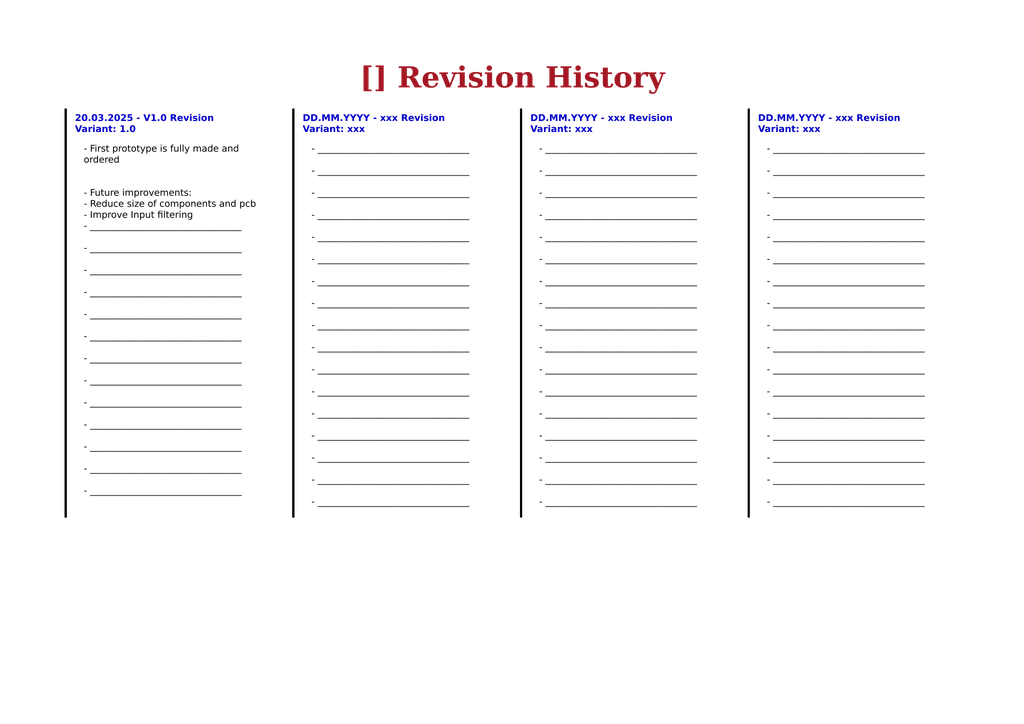
<source format=kicad_sch>
(kicad_sch
	(version 20231120)
	(generator "eeschema")
	(generator_version "8.0")
	(uuid "ea8c4f5e-7a49-4faf-a994-dbc85ed86b0a")
	(paper "A4")
	(title_block
		(title "Sheet Title A")
		(date "Last Modified Date")
		(rev "${REVISION}")
		(company "${COMPANY}")
	)
	(lib_symbols)
	(polyline
		(pts
			(xy 19.05 31.75) (xy 19.05 149.86)
		)
		(stroke
			(width 0.635)
			(type default)
			(color 0 0 0 1)
		)
		(uuid "4849fe72-6429-4f5b-a9e6-56656658a37b")
	)
	(polyline
		(pts
			(xy 85.09 31.75) (xy 85.09 149.86)
		)
		(stroke
			(width 0.635)
			(type default)
			(color 0 0 0 1)
		)
		(uuid "5f29c90a-4bd5-401c-a0f6-a99df09914f4")
	)
	(polyline
		(pts
			(xy 85.09 31.75) (xy 85.09 149.86)
		)
		(stroke
			(width 0.635)
			(type default)
			(color 0 0 0 1)
		)
		(uuid "74018a10-ab58-4dc2-b4e6-376117e1ffc0")
	)
	(polyline
		(pts
			(xy 151.13 31.75) (xy 151.13 149.86)
		)
		(stroke
			(width 0.635)
			(type default)
			(color 0 0 0 1)
		)
		(uuid "a6b610d4-f09b-4d6e-ac67-0bb3d0e09fbe")
	)
	(polyline
		(pts
			(xy 19.05 31.75) (xy 19.05 149.86)
		)
		(stroke
			(width 0.635)
			(type default)
			(color 0 0 0 1)
		)
		(uuid "b271ef24-6836-4d14-b8f8-8568bc734aca")
	)
	(polyline
		(pts
			(xy 217.17 31.75) (xy 217.17 149.86)
		)
		(stroke
			(width 0.635)
			(type default)
			(color 0 0 0 1)
		)
		(uuid "fe21cbb6-f53c-41a1-bc1c-520e82f71f78")
	)
	(text_box "- _________________________________\n\n- _________________________________\n\n- _________________________________\n\n- _________________________________\n\n- _________________________________\n\n- _________________________________\n\n- _________________________________\n\n- _________________________________\n\n- _________________________________\n\n- _________________________________\n\n- _________________________________\n\n- _________________________________\n\n- _________________________________\n\n- _________________________________\n\n- _________________________________\n\n- _________________________________\n\n- _________________________________"
		(exclude_from_sim no)
		(at 220.98 40.64 0)
		(size 58.42 115.57)
		(stroke
			(width -0.0001)
			(type default)
		)
		(fill
			(type none)
		)
		(effects
			(font
				(face "Arial")
				(size 1.905 1.905)
				(color 0 0 0 1)
			)
			(justify left top)
		)
		(uuid "0c062e2b-2be1-4307-b752-045c211787f4")
	)
	(text_box "DD.MM.YYYY - xxx Revision\nVariant: xxx"
		(exclude_from_sim no)
		(at 86.36 31.75 0)
		(size 57.15 7.62)
		(stroke
			(width -0.0001)
			(type default)
		)
		(fill
			(type none)
		)
		(effects
			(font
				(face "Arial")
				(size 1.905 1.905)
				(thickness 0.254)
				(bold yes)
			)
			(justify left top)
		)
		(uuid "14f2d7b6-dcd6-4c43-91a3-c7a76690654c")
	)
	(text_box "[${#}] Revision History\n"
		(exclude_from_sim no)
		(at 80.01 16.51 0)
		(size 137.16 12.7)
		(stroke
			(width -0.0001)
			(type default)
		)
		(fill
			(type none)
		)
		(effects
			(font
				(face "Times New Roman")
				(size 6 6)
				(thickness 1.2)
				(bold yes)
				(color 162 22 34 1)
			)
		)
		(uuid "20a0a094-ac98-46df-bdac-21d5721f7697")
	)
	(text_box "DD.MM.YYYY - xxx Revision\nVariant: xxx"
		(exclude_from_sim no)
		(at 152.4 31.75 0)
		(size 57.15 7.62)
		(stroke
			(width -0.0001)
			(type default)
		)
		(fill
			(type none)
		)
		(effects
			(font
				(face "Arial")
				(size 1.905 1.905)
				(thickness 0.254)
				(bold yes)
			)
			(justify left top)
		)
		(uuid "61447e65-3862-4ca7-a61e-5d8506cb38bb")
	)
	(text_box "- First prototype is fully made and ordered\n\n\n- Future improvements:\n- Reduce size of components and pcb\n- Improve Input filtering\n- _________________________________\n\n- _________________________________\n\n- _________________________________\n\n- _________________________________\n\n- _________________________________\n\n- _________________________________\n\n- _________________________________\n\n- _________________________________\n\n- _________________________________\n\n- _________________________________\n\n- _________________________________\n\n- _________________________________\n\n- _________________________________"
		(exclude_from_sim no)
		(at 22.86 40.64 0)
		(size 58.42 115.57)
		(stroke
			(width -0.0001)
			(type default)
		)
		(fill
			(type none)
		)
		(effects
			(font
				(face "Arial")
				(size 1.905 1.905)
				(color 0 0 0 1)
			)
			(justify left top)
		)
		(uuid "7cea8527-91c8-47c3-a860-064e128bcffe")
	)
	(text_box "- _________________________________\n\n- _________________________________\n\n- _________________________________\n\n- _________________________________\n\n- _________________________________\n\n- _________________________________\n\n- _________________________________\n\n- _________________________________\n\n- _________________________________\n\n- _________________________________\n\n- _________________________________\n\n- _________________________________\n\n- _________________________________\n\n- _________________________________\n\n- _________________________________\n\n- _________________________________\n\n- _________________________________"
		(exclude_from_sim no)
		(at 154.94 40.64 0)
		(size 58.42 115.57)
		(stroke
			(width -0.0001)
			(type default)
		)
		(fill
			(type none)
		)
		(effects
			(font
				(face "Arial")
				(size 1.905 1.905)
				(color 0 0 0 1)
			)
			(justify left top)
		)
		(uuid "8ad0acb7-8a2e-40a2-87c7-888a93359ccd")
	)
	(text_box "20.03.2025 - V1.0 Revision\nVariant: 1.0"
		(exclude_from_sim no)
		(at 20.32 31.75 0)
		(size 57.15 7.62)
		(stroke
			(width -0.0001)
			(type default)
		)
		(fill
			(type none)
		)
		(effects
			(font
				(face "Arial")
				(size 1.905 1.905)
				(thickness 0.254)
				(bold yes)
			)
			(justify left top)
		)
		(uuid "922c5813-4880-4ddf-ba01-939f72022a9d")
	)
	(text_box "- _________________________________\n\n- _________________________________\n\n- _________________________________\n\n- _________________________________\n\n- _________________________________\n\n- _________________________________\n\n- _________________________________\n\n- _________________________________\n\n- _________________________________\n\n- _________________________________\n\n- _________________________________\n\n- _________________________________\n\n- _________________________________\n\n- _________________________________\n\n- _________________________________\n\n- _________________________________\n\n- _________________________________"
		(exclude_from_sim no)
		(at 88.9 40.64 0)
		(size 58.42 115.57)
		(stroke
			(width -0.0001)
			(type default)
		)
		(fill
			(type none)
		)
		(effects
			(font
				(face "Arial")
				(size 1.905 1.905)
				(color 0 0 0 1)
			)
			(justify left top)
		)
		(uuid "cd63b456-8f62-4290-9191-6ad427c40f65")
	)
	(text_box "DD.MM.YYYY - xxx Revision\nVariant: xxx"
		(exclude_from_sim no)
		(at 218.44 31.75 0)
		(size 57.15 7.62)
		(stroke
			(width -0.0001)
			(type default)
		)
		(fill
			(type none)
		)
		(effects
			(font
				(face "Arial")
				(size 1.905 1.905)
				(thickness 0.254)
				(bold yes)
			)
			(justify left top)
		)
		(uuid "f47af890-f55a-44bf-b54f-b7df3adde008")
	)
)

</source>
